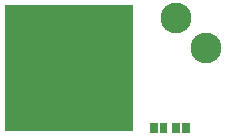
<source format=gbr>
G04 start of page 12 for group -4062 idx -4062 *
G04 Title: (unknown), soldermask *
G04 Creator: pcb 4.2.0 *
G04 CreationDate: Tue Jun 16 07:47:16 2020 UTC *
G04 For: commonadmin *
G04 Format: Gerber/RS-274X *
G04 PCB-Dimensions (mil): 6000.00 5000.00 *
G04 PCB-Coordinate-Origin: lower left *
%MOIN*%
%FSLAX25Y25*%
%LNBOTTOMMASK*%
%ADD45C,0.0001*%
%ADD44C,0.1027*%
G54D44*X72250Y31000D03*
G54D45*G36*
X56034Y6177D02*X53466D01*
Y2823D01*
X56034D01*
Y6177D01*
G37*
G36*
X59182D02*X56614D01*
Y2823D01*
X59182D01*
Y6177D01*
G37*
G36*
X63460D02*X60892D01*
Y2823D01*
X63460D01*
Y6177D01*
G37*
G36*
X66608D02*X64040D01*
Y2823D01*
X66608D01*
Y6177D01*
G37*
G54D44*X62250Y41000D03*
G54D45*G36*
X5250Y45500D02*Y3500D01*
X47750D01*
Y45500D01*
X5250D01*
G37*
M02*

</source>
